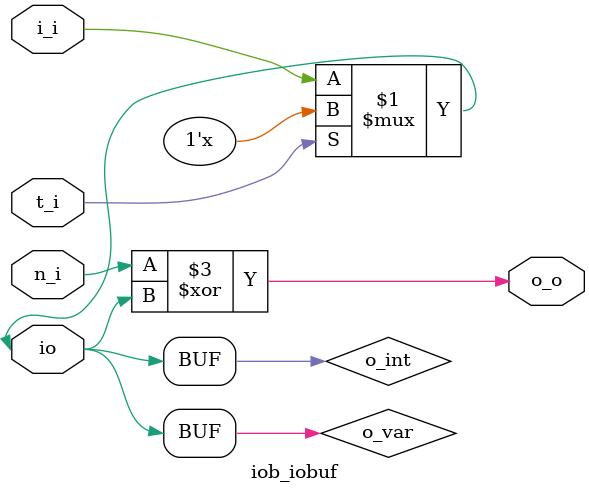
<source format=v>

/*****************************************************************************

  Description: IOB_INOUT 3-State Buffer

  Copyright (C) 2020 IObundle, Lda  All rights reserved

******************************************************************************/
`timescale 1ns / 1ps

module iob_iobuf (
   input  i_i,    // from core
   input  t_i,  // from core: tristate control
   input  n_i,  // from core: inversion control
   output o_o,    // to core
   inout  io    // to device IO
);

   wire o_int;

`ifdef XILINX
   IOBUF IOBUF_inst (
      .I (i_i),
      .T (t_i),
      .O (o_int),
      .IO(io)
   );
`else
   reg o_var;
   assign io = t_i ? 1'bz : i_i;
   always @* o_var = #1 io;
   assign o_int = o_var;
`endif

   assign o_o = (n_i ^ o_int);

endmodule

</source>
